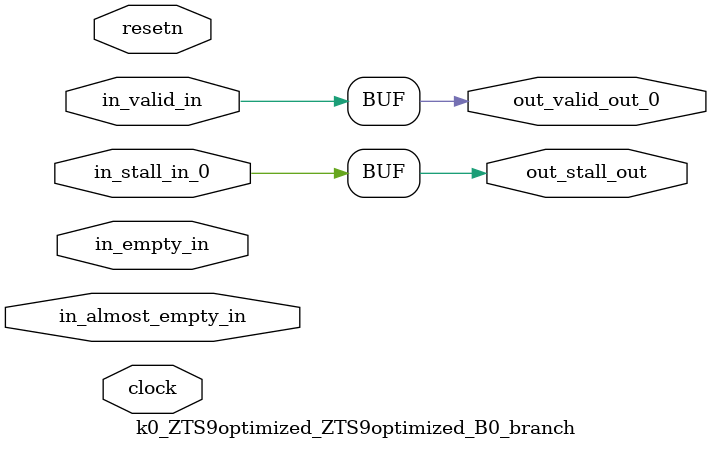
<source format=sv>



(* altera_attribute = "-name AUTO_SHIFT_REGISTER_RECOGNITION OFF; -name MESSAGE_DISABLE 10036; -name MESSAGE_DISABLE 10037; -name MESSAGE_DISABLE 14130; -name MESSAGE_DISABLE 14320; -name MESSAGE_DISABLE 15400; -name MESSAGE_DISABLE 14130; -name MESSAGE_DISABLE 10036; -name MESSAGE_DISABLE 12020; -name MESSAGE_DISABLE 12030; -name MESSAGE_DISABLE 12010; -name MESSAGE_DISABLE 12110; -name MESSAGE_DISABLE 14320; -name MESSAGE_DISABLE 13410; -name MESSAGE_DISABLE 113007; -name MESSAGE_DISABLE 10958" *)
module k0_ZTS9optimized_ZTS9optimized_B0_branch (
    input wire [0:0] in_almost_empty_in,
    input wire [0:0] in_empty_in,
    input wire [0:0] in_stall_in_0,
    input wire [0:0] in_valid_in,
    output wire [0:0] out_stall_out,
    output wire [0:0] out_valid_out_0,
    input wire clock,
    input wire resetn
    );

    reg [0:0] rst_sync_rst_sclrn;


    // out_stall_out(GPOUT,6)
    assign out_stall_out = in_stall_in_0;

    // out_valid_out_0(GPOUT,7)
    assign out_valid_out_0 = in_valid_in;

    // rst_sync(RESETSYNC,8)
    acl_reset_handler #(
        .ASYNC_RESET(0),
        .USE_SYNCHRONIZER(1),
        .PULSE_EXTENSION(0),
        .PIPE_DEPTH(3),
        .DUPLICATE(1)
    ) therst_sync (
        .clk(clock),
        .i_resetn(resetn),
        .o_sclrn(rst_sync_rst_sclrn)
    );

endmodule

</source>
